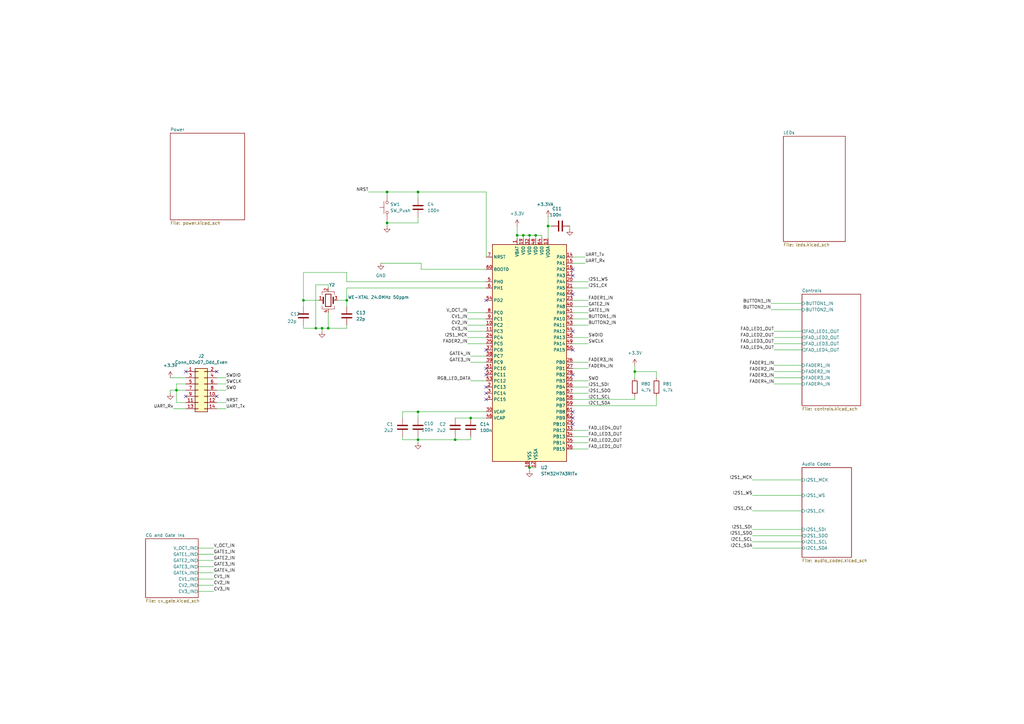
<source format=kicad_sch>
(kicad_sch (version 20250114) (generator "eeschema") (generator_version "9.0")
  (paper "A3")
  (lib_symbols
    (symbol "Connector_Generic:Conn_02x07_Odd_Even" (pin_names (offset 1.016) (hide yes))
      (property "Reference" "J" (at 1.27 10.16 0))
      (property "Value" "Conn_02x07_Odd_Even" (at 1.27 -10.16 0))
      (symbol "Conn_02x07_Odd_Even_1_1"
        (rectangle (start -1.27 8.89) (end 3.81 -8.89) (stroke (width 0.254)) (fill (type background)))
        (rectangle (start -1.27 7.747) (end 0 7.493) (stroke (width 0.1524)))
        (rectangle (start -1.27 5.207) (end 0 4.953) (stroke (width 0.1524)))
        (rectangle (start -1.27 2.667) (end 0 2.413) (stroke (width 0.1524)))
        (rectangle (start -1.27 0.127) (end 0 -0.127) (stroke (width 0.1524)))
        (rectangle (start -1.27 -2.413) (end 0 -2.667) (stroke (width 0.1524)))
        (rectangle (start -1.27 -4.953) (end 0 -5.207) (stroke (width 0.1524)))
        (rectangle (start -1.27 -7.493) (end 0 -7.747) (stroke (width 0.1524)))
        (rectangle (start 3.81 7.747) (end 2.54 7.493) (stroke (width 0.1524)))
        (rectangle (start 3.81 5.207) (end 2.54 4.953) (stroke (width 0.1524)))
        (rectangle (start 3.81 2.667) (end 2.54 2.413) (stroke (width 0.1524)))
        (rectangle (start 3.81 0.127) (end 2.54 -0.127) (stroke (width 0.1524)))
        (rectangle (start 3.81 -2.413) (end 2.54 -2.667) (stroke (width 0.1524)))
        (rectangle (start 3.81 -4.953) (end 2.54 -5.207) (stroke (width 0.1524)))
        (rectangle (start 3.81 -7.493) (end 2.54 -7.747) (stroke (width 0.1524)))
        (pin passive line (at -5.08 7.62 0) (length 3.81) (name "Pin_1") (number "1"))
        (pin passive line (at -5.08 5.08 0) (length 3.81) (name "Pin_3") (number "3"))
        (pin passive line (at -5.08 2.54 0) (length 3.81) (name "Pin_5") (number "5"))
        (pin passive line (at -5.08 0 0) (length 3.81) (name "Pin_7") (number "7"))
        (pin passive line (at -5.08 -2.54 0) (length 3.81) (name "Pin_9") (number "9"))
        (pin passive line (at -5.08 -5.08 0) (length 3.81) (name "Pin_11") (number "11"))
        (pin passive line (at -5.08 -7.62 0) (length 3.81) (name "Pin_13") (number "13"))
        (pin passive line (at 7.62 7.62 180) (length 3.81) (name "Pin_2") (number "2"))
        (pin passive line (at 7.62 5.08 180) (length 3.81) (name "Pin_4") (number "4"))
        (pin passive line (at 7.62 2.54 180) (length 3.81) (name "Pin_6") (number "6"))
        (pin passive line (at 7.62 0 180) (length 3.81) (name "Pin_8") (number "8"))
        (pin passive line (at 7.62 -2.54 180) (length 3.81) (name "Pin_10") (number "10"))
        (pin passive line (at 7.62 -5.08 180) (length 3.81) (name "Pin_12") (number "12"))
        (pin passive line (at 7.62 -7.62 180) (length 3.81) (name "Pin_14") (number "14"))
      )
    )
    (symbol "Device:C" (pin_numbers (hide yes)) (pin_names (offset 0.254))
      (property "Reference" "C" (at 0.635 2.54 0))
      (property "Value" "C" (at 0.635 -2.54 0))
      (symbol "C_0_1"
        (polyline (pts (xy -2.032 0.762) (xy 2.032 0.762)) (stroke (width 0.508)))
        (polyline (pts (xy -2.032 -0.762) (xy 2.032 -0.762)) (stroke (width 0.508)))
      )
      (symbol "C_1_1"
        (pin passive line (at 0 3.81 270) (length 2.794) (name "~") (number "1"))
        (pin passive line (at 0 -3.81 90) (length 2.794) (name "~") (number "2"))
      )
    )
    (symbol "Device:Crystal_GND24" (pin_names (offset 1.016) (hide yes))
      (property "Reference" "Y" (at 3.175 5.08 0))
      (property "Value" "Crystal_GND24" (at 3.175 3.175 0))
      (symbol "Crystal_GND24_0_1"
        (polyline (pts (xy -2.54 2.286) (xy -2.54 3.556) (xy 2.54 3.556) (xy 2.54 2.286)))
        (polyline (pts (xy -2.54 0) (xy -2.032 0)))
        (polyline (pts (xy -2.54 -2.286) (xy -2.54 -3.556) (xy 2.54 -3.556) (xy 2.54 -2.286)))
        (polyline (pts (xy -2.032 -1.27) (xy -2.032 1.27)) (stroke (width 0.508)))
        (rectangle (start -1.143 2.54) (end 1.143 -2.54) (stroke (width 0.3048)))
        (polyline (pts (xy 0 3.556) (xy 0 3.81)))
        (polyline (pts (xy 0 -3.81) (xy 0 -3.556)))
        (polyline (pts (xy 2.032 0) (xy 2.54 0)))
        (polyline (pts (xy 2.032 -1.27) (xy 2.032 1.27)) (stroke (width 0.508)))
      )
      (symbol "Crystal_GND24_1_1"
        (pin passive line (at -3.81 0 0) (length 1.27) (name "1") (number "1"))
        (pin passive line (at 0 5.08 270) (length 1.27) (name "2") (number "2"))
        (pin passive line (at 0 -5.08 90) (length 1.27) (name "4") (number "4"))
        (pin passive line (at 3.81 0 180) (length 1.27) (name "3") (number "3"))
      )
    )
    (symbol "Device:R" (pin_numbers (hide yes)) (pin_names (offset 0))
      (property "Reference" "R" (at 2.032 0 90))
      (property "Value" "R" (at 0 0 90))
      (symbol "R_0_1"
        (rectangle (start -1.016 -2.54) (end 1.016 2.54) (stroke (width 0.254)))
      )
      (symbol "R_1_1"
        (pin passive line (at 0 3.81 270) (length 1.27) (name "~") (number "1"))
        (pin passive line (at 0 -3.81 90) (length 1.27) (name "~") (number "2"))
      )
    )
    (symbol "MCU_ST_STM32H7:STM32H7A3RITx"
      (property "Reference" "U" (at -15.24 46.99 0))
      (property "Value" "STM32H7A3RITx" (at 10.16 46.99 0))
      (symbol "STM32H7A3RITx_0_1"
        (rectangle (start -15.24 -43.18) (end 15.24 45.72) (stroke (width 0.254)) (fill (type background)))
      )
      (symbol "STM32H7A3RITx_1_1"
        (pin input line (at -17.78 40.64 0) (length 2.54) (name "NRST") (number "7"))
        (pin input line (at -17.78 35.56 0) (length 2.54) (name "BOOT0") (number "60"))
        (pin bidirectional line (at -17.78 30.48 0) (length 2.54) (name "PH0") (number "5"))
        (pin bidirectional line (at -17.78 27.94 0) (length 2.54) (name "PH1") (number "6"))
        (pin bidirectional line (at -17.78 22.86 0) (length 2.54) (name "PD2") (number "54"))
        (pin bidirectional line (at -17.78 17.78 0) (length 2.54) (name "PC0") (number "8"))
        (pin bidirectional line (at -17.78 15.24 0) (length 2.54) (name "PC1") (number "9"))
        (pin bidirectional line (at -17.78 12.7 0) (length 2.54) (name "PC2") (number "10"))
        (pin bidirectional line (at -17.78 10.16 0) (length 2.54) (name "PC3") (number "11"))
        (pin bidirectional line (at -17.78 7.62 0) (length 2.54) (name "PC4") (number "24"))
        (pin bidirectional line (at -17.78 5.08 0) (length 2.54) (name "PC5") (number "25"))
        (pin bidirectional line (at -17.78 2.54 0) (length 2.54) (name "PC6") (number "37"))
        (pin bidirectional line (at -17.78 0 0) (length 2.54) (name "PC7") (number "38"))
        (pin bidirectional line (at -17.78 -2.54 0) (length 2.54) (name "PC9") (number "39"))
        (pin bidirectional line (at -17.78 -5.08 0) (length 2.54) (name "PC10") (number "51"))
        (pin bidirectional line (at -17.78 -7.62 0) (length 2.54) (name "PC11") (number "52"))
        (pin bidirectional line (at -17.78 -10.16 0) (length 2.54) (name "PC12") (number "53"))
        (pin bidirectional line (at -17.78 -12.7 0) (length 2.54) (name "PC13") (number "2"))
        (pin bidirectional line (at -17.78 -15.24 0) (length 2.54) (name "PC14") (number "3"))
        (pin bidirectional line (at -17.78 -17.78 0) (length 2.54) (name "PC15") (number "4"))
        (pin power_out line (at -17.78 -22.86 0) (length 2.54) (name "VCAP") (number "30"))
        (pin power_out line (at -17.78 -25.4 0) (length 2.54) (name "VCAP") (number "46"))
        (pin power_in line (at -5.08 48.26 270) (length 2.54) (name "VBAT") (number "1"))
        (pin power_in line (at -2.54 48.26 270) (length 2.54) (name "VDD") (number "19"))
        (pin power_in line (at 0 48.26 270) (length 2.54) (name "VDD") (number "32"))
        (pin power_in line (at 0 -45.72 90) (length 2.54) (name "VSS") (number "18"))
        (pin passive line (at 0 -45.72 90) (length 2.54) (hide yes) (name "VSS") (number "31"))
        (pin passive line (at 0 -45.72 90) (length 2.54) (hide yes) (name "VSS") (number "47"))
        (pin passive line (at 0 -45.72 90) (length 2.54) (hide yes) (name "VSS") (number "63"))
        (pin power_in line (at 2.54 48.26 270) (length 2.54) (name "VDD") (number "48"))
        (pin power_in line (at 2.54 -45.72 90) (length 2.54) (name "VSSA") (number "12"))
        (pin power_in line (at 5.08 48.26 270) (length 2.54) (name "VDD") (number "64"))
        (pin power_in line (at 7.62 48.26 270) (length 2.54) (name "VDDA") (number "13"))
        (pin bidirectional line (at 17.78 40.64 180) (length 2.54) (name "PA0") (number "14"))
        (pin bidirectional line (at 17.78 38.1 180) (length 2.54) (name "PA1") (number "15"))
        (pin bidirectional line (at 17.78 35.56 180) (length 2.54) (name "PA2") (number "16"))
        (pin bidirectional line (at 17.78 33.02 180) (length 2.54) (name "PA3") (number "17"))
        (pin bidirectional line (at 17.78 30.48 180) (length 2.54) (name "PA4") (number "20"))
        (pin bidirectional line (at 17.78 27.94 180) (length 2.54) (name "PA5") (number "21"))
        (pin bidirectional line (at 17.78 25.4 180) (length 2.54) (name "PA6") (number "22"))
        (pin bidirectional line (at 17.78 22.86 180) (length 2.54) (name "PA7") (number "23"))
        (pin bidirectional line (at 17.78 20.32 180) (length 2.54) (name "PA8") (number "40"))
        (pin bidirectional line (at 17.78 17.78 180) (length 2.54) (name "PA9") (number "41"))
        (pin bidirectional line (at 17.78 15.24 180) (length 2.54) (name "PA10") (number "42"))
        (pin bidirectional line (at 17.78 12.7 180) (length 2.54) (name "PA11") (number "43"))
        (pin bidirectional line (at 17.78 10.16 180) (length 2.54) (name "PA12") (number "44"))
        (pin bidirectional line (at 17.78 7.62 180) (length 2.54) (name "PA13") (number "45"))
        (pin bidirectional line (at 17.78 5.08 180) (length 2.54) (name "PA14") (number "49"))
        (pin bidirectional line (at 17.78 2.54 180) (length 2.54) (name "PA15") (number "50"))
        (pin bidirectional line (at 17.78 -2.54 180) (length 2.54) (name "PB0") (number "26"))
        (pin bidirectional line (at 17.78 -5.08 180) (length 2.54) (name "PB1") (number "27"))
        (pin bidirectional line (at 17.78 -7.62 180) (length 2.54) (name "PB2") (number "28"))
        (pin bidirectional line (at 17.78 -10.16 180) (length 2.54) (name "PB3") (number "55"))
        (pin bidirectional line (at 17.78 -12.7 180) (length 2.54) (name "PB4") (number "56"))
        (pin bidirectional line (at 17.78 -15.24 180) (length 2.54) (name "PB5") (number "57"))
        (pin bidirectional line (at 17.78 -17.78 180) (length 2.54) (name "PB6") (number "58"))
        (pin bidirectional line (at 17.78 -20.32 180) (length 2.54) (name "PB7") (number "59"))
        (pin bidirectional line (at 17.78 -22.86 180) (length 2.54) (name "PB8") (number "61"))
        (pin bidirectional line (at 17.78 -25.4 180) (length 2.54) (name "PB9") (number "62"))
        (pin bidirectional line (at 17.78 -27.94 180) (length 2.54) (name "PB10") (number "29"))
        (pin bidirectional line (at 17.78 -30.48 180) (length 2.54) (name "PB12") (number "33"))
        (pin bidirectional line (at 17.78 -33.02 180) (length 2.54) (name "PB13") (number "34"))
        (pin bidirectional line (at 17.78 -35.56 180) (length 2.54) (name "PB14") (number "35"))
        (pin bidirectional line (at 17.78 -38.1 180) (length 2.54) (name "PB15") (number "36"))
      )
    )
    (symbol "Switch:SW_Push" (pin_numbers (hide yes)) (pin_names (offset 1.016) (hide yes))
      (property "Reference" "SW" (at 1.27 2.54 0))
      (property "Value" "SW_Push" (at 0 -1.524 0))
      (symbol "SW_Push_0_1"
        (circle (center -2.032 0) (radius 0.508))
        (polyline (pts (xy 0 1.27) (xy 0 3.048)))
        (circle (center 2.032 0) (radius 0.508))
        (polyline (pts (xy 2.54 1.27) (xy -2.54 1.27)))
        (pin passive line (at -5.08 0 0) (length 2.54) (name "1") (number "1"))
        (pin passive line (at 5.08 0 180) (length 2.54) (name "2") (number "2"))
      )
    )
    (symbol "power:+3.3V" (power) (pin_numbers (hide yes)) (pin_names (offset 0) (hide yes))
      (property "Value" "+3.3V" (at 0 3.556 0))
      (symbol "+3.3V_0_1"
        (polyline (pts (xy -0.762 1.27) (xy 0 2.54)))
        (polyline (pts (xy 0 2.54) (xy 0.762 1.27)))
        (polyline (pts (xy 0 0) (xy 0 2.54)))
      )
      (symbol "+3.3V_1_1"
        (pin power_in line (at 0 0 90) (length 0) (name "~") (number "1"))
      )
    )
    (symbol "power:+3.3VA" (power) (pin_numbers (hide yes)) (pin_names (offset 0) (hide yes))
      (property "Value" "+3.3VA" (at 0 3.556 0))
      (symbol "+3.3VA_0_1"
        (polyline (pts (xy -0.762 1.27) (xy 0 2.54)))
        (polyline (pts (xy 0 2.54) (xy 0.762 1.27)))
        (polyline (pts (xy 0 0) (xy 0 2.54)))
      )
      (symbol "+3.3VA_1_1"
        (pin power_in line (at 0 0 90) (length 0) (name "~") (number "1"))
      )
    )
    (symbol "power:GND" (power) (pin_numbers (hide yes)) (pin_names (offset 0) (hide yes))
      (property "Value" "GND" (at 0 -3.81 0))
      (symbol "GND_0_1"
        (polyline (pts (xy 0 0) (xy 0 -1.27) (xy 1.27 -1.27) (xy 0 -2.54) (xy -1.27 -1.27) (xy 0 -1.27)))
      )
      (symbol "GND_1_1"
        (pin power_in line (at 0 0 270) (length 0) (name "~") (number "1"))
      )
    )
  )
  (junction (at 158.75 91.44))
  (junction (at 134.62 134.62))
  (junction (at 171.45 78.74))
  (junction (at 219.71 96.52))
  (junction (at 132.08 134.62))
  (junction (at 171.45 168.91))
  (junction (at 124.46 123.19))
  (junction (at 224.79 92.71))
  (junction (at 129.54 134.62))
  (junction (at 217.17 96.52))
  (junction (at 193.04 171.45))
  (junction (at 186.69 180.34))
  (junction (at 158.75 78.74))
  (junction (at 171.45 180.34))
  (junction (at 217.17 191.77))
  (junction (at 260.35 152.4))
  (junction (at 72.39 160.02))
  (junction (at 212.09 96.52))
  (junction (at 214.63 96.52))
  (junction (at 142.24 123.19))
  (no_connect (at 234.95 171.45))
  (no_connect (at 234.95 120.65))
  (no_connect (at 88.9 152.4))
  (no_connect (at 234.95 153.67))
  (no_connect (at 234.95 113.03))
  (no_connect (at 76.2 152.4))
  (no_connect (at 199.39 151.13))
  (no_connect (at 88.9 162.56))
  (no_connect (at 199.39 158.75))
  (no_connect (at 234.95 173.99))
  (no_connect (at 234.95 135.89))
  (no_connect (at 234.95 110.49))
  (no_connect (at 234.95 168.91))
  (no_connect (at 199.39 163.83))
  (no_connect (at 76.2 162.56))
  (no_connect (at 234.95 143.51))
  (no_connect (at 199.39 161.29))
  (no_connect (at 199.39 153.67))
  (no_connect (at 199.39 143.51))
  (no_connect (at 199.39 123.19))
  (wire (pts (xy 134.62 128.27) (xy 134.62 134.62)))
  (wire (pts (xy 191.77 140.97) (xy 199.39 140.97)))
  (wire (pts (xy 124.46 111.76) (xy 142.24 111.76)))
  (wire (pts (xy 241.3 148.59) (xy 234.95 148.59)))
  (wire (pts (xy 241.3 151.13) (xy 234.95 151.13)))
  (wire (pts (xy 214.63 96.52) (xy 214.63 97.79)))
  (wire (pts (xy 71.12 167.64) (xy 76.2 167.64)))
  (wire (pts (xy 241.3 130.81) (xy 234.95 130.81)))
  (wire (pts (xy 72.39 160.02) (xy 72.39 157.48)))
  (wire (pts (xy 212.09 92.71) (xy 212.09 96.52)))
  (wire (pts (xy 81.28 242.57) (xy 87.63 242.57)))
  (wire (pts (xy 132.08 134.62) (xy 134.62 134.62)))
  (wire (pts (xy 124.46 123.19) (xy 130.81 123.19)))
  (wire (pts (xy 88.9 157.48) (xy 92.71 157.48)))
  (wire (pts (xy 260.35 152.4) (xy 260.35 154.94)))
  (wire (pts (xy 88.9 167.64) (xy 92.71 167.64)))
  (wire (pts (xy 172.72 110.49) (xy 199.39 110.49)))
  (wire (pts (xy 132.08 134.62) (xy 132.08 135.89)))
  (wire (pts (xy 260.35 152.4) (xy 269.24 152.4)))
  (wire (pts (xy 199.39 133.35) (xy 191.77 133.35)))
  (wire (pts (xy 81.28 227.33) (xy 87.63 227.33)))
  (wire (pts (xy 234.95 125.73) (xy 241.3 125.73)))
  (wire (pts (xy 260.35 162.56) (xy 260.35 163.83)))
  (wire (pts (xy 219.71 96.52) (xy 219.71 97.79)))
  (wire (pts (xy 124.46 111.76) (xy 124.46 123.19)))
  (wire (pts (xy 81.28 234.95) (xy 87.63 234.95)))
  (wire (pts (xy 317.5 135.89) (xy 328.93 135.89)))
  (wire (pts (xy 156.21 107.95) (xy 172.72 107.95)))
  (wire (pts (xy 224.79 88.9) (xy 224.79 92.71)))
  (wire (pts (xy 142.24 134.62) (xy 142.24 133.35)))
  (wire (pts (xy 308.61 217.17) (xy 328.93 217.17)))
  (wire (pts (xy 234.95 166.37) (xy 269.24 166.37)))
  (wire (pts (xy 142.24 111.76) (xy 142.24 115.57)))
  (wire (pts (xy 233.68 93.98) (xy 233.68 92.71)))
  (wire (pts (xy 158.75 78.74) (xy 158.75 80.01)))
  (wire (pts (xy 142.24 115.57) (xy 199.39 115.57)))
  (wire (pts (xy 81.28 232.41) (xy 87.63 232.41)))
  (wire (pts (xy 308.61 209.55) (xy 328.93 209.55)))
  (wire (pts (xy 241.3 118.11) (xy 234.95 118.11)))
  (wire (pts (xy 81.28 229.87) (xy 87.63 229.87)))
  (wire (pts (xy 171.45 168.91) (xy 171.45 171.45)))
  (wire (pts (xy 124.46 134.62) (xy 124.46 133.35)))
  (wire (pts (xy 199.39 135.89) (xy 191.77 135.89)))
  (wire (pts (xy 72.39 165.1) (xy 72.39 160.02)))
  (wire (pts (xy 241.3 179.07) (xy 234.95 179.07)))
  (wire (pts (xy 158.75 92.71) (xy 158.75 91.44)))
  (wire (pts (xy 165.1 171.45) (xy 165.1 168.91)))
  (wire (pts (xy 241.3 123.19) (xy 234.95 123.19)))
  (wire (pts (xy 138.43 123.19) (xy 142.24 123.19)))
  (wire (pts (xy 317.5 138.43) (xy 328.93 138.43)))
  (wire (pts (xy 217.17 191.77) (xy 217.17 193.04)))
  (wire (pts (xy 165.1 179.07) (xy 165.1 180.34)))
  (wire (pts (xy 217.17 96.52) (xy 219.71 96.52)))
  (wire (pts (xy 186.69 179.07) (xy 186.69 180.34)))
  (wire (pts (xy 81.28 237.49) (xy 87.63 237.49)))
  (wire (pts (xy 199.39 130.81) (xy 191.77 130.81)))
  (wire (pts (xy 317.5 143.51) (xy 328.93 143.51)))
  (wire (pts (xy 186.69 171.45) (xy 193.04 171.45)))
  (wire (pts (xy 199.39 148.59) (xy 193.04 148.59)))
  (wire (pts (xy 212.09 96.52) (xy 212.09 97.79)))
  (wire (pts (xy 234.95 156.21) (xy 241.3 156.21)))
  (wire (pts (xy 234.95 128.27) (xy 241.3 128.27)))
  (wire (pts (xy 316.23 124.46) (xy 328.93 124.46)))
  (wire (pts (xy 142.24 118.11) (xy 142.24 123.19)))
  (wire (pts (xy 81.28 224.79) (xy 87.63 224.79)))
  (wire (pts (xy 234.95 140.97) (xy 241.3 140.97)))
  (wire (pts (xy 308.61 224.79) (xy 328.93 224.79)))
  (wire (pts (xy 241.3 133.35) (xy 234.95 133.35)))
  (wire (pts (xy 269.24 162.56) (xy 269.24 166.37)))
  (wire (pts (xy 234.95 105.41) (xy 240.03 105.41)))
  (wire (pts (xy 308.61 222.25) (xy 328.93 222.25)))
  (wire (pts (xy 308.61 196.85) (xy 328.93 196.85)))
  (wire (pts (xy 224.79 92.71) (xy 224.79 97.79)))
  (wire (pts (xy 193.04 179.07) (xy 193.04 180.34)))
  (wire (pts (xy 212.09 96.52) (xy 214.63 96.52)))
  (wire (pts (xy 158.75 78.74) (xy 171.45 78.74)))
  (wire (pts (xy 151.13 78.74) (xy 158.75 78.74)))
  (wire (pts (xy 134.62 134.62) (xy 142.24 134.62)))
  (wire (pts (xy 219.71 96.52) (xy 222.25 96.52)))
  (wire (pts (xy 171.45 78.74) (xy 199.39 78.74)))
  (wire (pts (xy 171.45 180.34) (xy 186.69 180.34)))
  (wire (pts (xy 241.3 158.75) (xy 234.95 158.75)))
  (wire (pts (xy 134.62 116.84) (xy 134.62 118.11)))
  (wire (pts (xy 217.17 96.52) (xy 217.17 97.79)))
  (wire (pts (xy 317.5 157.48) (xy 328.93 157.48)))
  (wire (pts (xy 142.24 118.11) (xy 199.39 118.11)))
  (wire (pts (xy 134.62 116.84) (xy 129.54 116.84)))
  (wire (pts (xy 81.28 240.03) (xy 87.63 240.03)))
  (wire (pts (xy 69.85 160.02) (xy 72.39 160.02)))
  (wire (pts (xy 199.39 128.27) (xy 191.77 128.27)))
  (wire (pts (xy 193.04 156.21) (xy 199.39 156.21)))
  (wire (pts (xy 191.77 138.43) (xy 199.39 138.43)))
  (wire (pts (xy 88.9 160.02) (xy 92.71 160.02)))
  (wire (pts (xy 171.45 168.91) (xy 199.39 168.91)))
  (wire (pts (xy 214.63 96.52) (xy 217.17 96.52)))
  (wire (pts (xy 317.5 149.86) (xy 328.93 149.86)))
  (wire (pts (xy 269.24 152.4) (xy 269.24 154.94)))
  (wire (pts (xy 186.69 180.34) (xy 193.04 180.34)))
  (wire (pts (xy 165.1 168.91) (xy 171.45 168.91)))
  (wire (pts (xy 234.95 163.83) (xy 260.35 163.83)))
  (wire (pts (xy 171.45 180.34) (xy 171.45 181.61)))
  (wire (pts (xy 222.25 96.52) (xy 222.25 97.79)))
  (wire (pts (xy 124.46 134.62) (xy 129.54 134.62)))
  (wire (pts (xy 241.3 184.15) (xy 234.95 184.15)))
  (wire (pts (xy 72.39 160.02) (xy 76.2 160.02)))
  (wire (pts (xy 226.06 92.71) (xy 224.79 92.71)))
  (wire (pts (xy 193.04 171.45) (xy 199.39 171.45)))
  (wire (pts (xy 241.3 161.29) (xy 234.95 161.29)))
  (wire (pts (xy 317.5 140.97) (xy 328.93 140.97)))
  (wire (pts (xy 171.45 78.74) (xy 171.45 81.28)))
  (wire (pts (xy 171.45 88.9) (xy 171.45 91.44)))
  (wire (pts (xy 158.75 90.17) (xy 158.75 91.44)))
  (wire (pts (xy 234.95 107.95) (xy 240.03 107.95)))
  (wire (pts (xy 88.9 154.94) (xy 92.71 154.94)))
  (wire (pts (xy 199.39 78.74) (xy 199.39 105.41)))
  (wire (pts (xy 241.3 181.61) (xy 234.95 181.61)))
  (wire (pts (xy 76.2 165.1) (xy 72.39 165.1)))
  (wire (pts (xy 260.35 149.86) (xy 260.35 152.4)))
  (wire (pts (xy 308.61 219.71) (xy 328.93 219.71)))
  (wire (pts (xy 234.95 138.43) (xy 241.3 138.43)))
  (wire (pts (xy 308.61 203.2) (xy 328.93 203.2)))
  (wire (pts (xy 129.54 134.62) (xy 132.08 134.62)))
  (wire (pts (xy 172.72 107.95) (xy 172.72 110.49)))
  (wire (pts (xy 124.46 125.73) (xy 124.46 123.19)))
  (wire (pts (xy 171.45 179.07) (xy 171.45 180.34)))
  (wire (pts (xy 217.17 191.77) (xy 219.71 191.77)))
  (wire (pts (xy 241.3 176.53) (xy 234.95 176.53)))
  (wire (pts (xy 317.5 152.4) (xy 328.93 152.4)))
  (wire (pts (xy 317.5 154.94) (xy 328.93 154.94)))
  (wire (pts (xy 316.23 127) (xy 328.93 127)))
  (wire (pts (xy 165.1 180.34) (xy 171.45 180.34)))
  (wire (pts (xy 69.85 161.29) (xy 69.85 160.02)))
  (wire (pts (xy 241.3 115.57) (xy 234.95 115.57)))
  (wire (pts (xy 69.85 154.94) (xy 76.2 154.94)))
  (wire (pts (xy 171.45 91.44) (xy 158.75 91.44)))
  (wire (pts (xy 193.04 146.05) (xy 199.39 146.05)))
  (wire (pts (xy 129.54 116.84) (xy 129.54 134.62)))
  (wire (pts (xy 76.2 157.48) (xy 72.39 157.48)))
  (wire (pts (xy 88.9 165.1) (xy 92.71 165.1)))
  (wire (pts (xy 142.24 125.73) (xy 142.24 123.19)))
  (label "FADER1_IN" (at 317.5 149.86 180))
  (label "SWO" (at 92.71 160.02 0))
  (label "CV2_IN" (at 87.63 240.03 0))
  (label "I2S1_WS" (at 308.61 203.2 180))
  (label "SWO" (at 241.3 156.21 0))
  (label "FAD_LED3_OUT" (at 241.3 179.07 0))
  (label "FAD_LED1_OUT" (at 317.5 135.89 180))
  (label "I2C1_SDA" (at 241.3 166.37 0))
  (label "BUTTON2_IN" (at 316.23 127 180))
  (label "SWCLK" (at 92.71 157.48 0))
  (label "RGB_LED_DATA" (at 193.04 156.21 180))
  (label "BUTTON2_IN" (at 241.3 133.35 0))
  (label "UART_Rx" (at 240.03 107.95 0))
  (label "I2S1_WS" (at 241.3 115.57 0))
  (label "BUTTON1_IN" (at 241.3 130.81 0))
  (label "BUTTON1_IN" (at 316.23 124.46 180))
  (label "UART_Tx" (at 240.03 105.41 0))
  (label "GATE1_IN" (at 87.63 227.33 0))
  (label "UART_Tx" (at 92.71 167.64 0))
  (label "I2S1_MCK" (at 191.77 138.43 180))
  (label "I2S1_CK" (at 241.3 118.11 0))
  (label "GATE2_IN" (at 241.3 125.73 0))
  (label "CV3_IN" (at 191.77 135.89 180))
  (label "GATE2_IN" (at 87.63 229.87 0))
  (label "FADER3_IN" (at 317.5 154.94 180))
  (label "I2C1_SCL" (at 241.3 163.83 0))
  (label "I2S1_SDI" (at 308.61 217.17 180))
  (label "I2S1_SDO" (at 241.3 161.29 0))
  (label "FAD_LED3_OUT" (at 317.5 140.97 180))
  (label "GATE3_IN" (at 193.04 148.59 180))
  (label "FAD_LED1_OUT" (at 241.3 184.15 0))
  (label "I2S1_SDO" (at 308.61 219.71 180))
  (label "GATE4_IN" (at 87.63 234.95 0))
  (label "FADER2_IN" (at 317.5 152.4 180))
  (label "V_OCT_IN" (at 191.77 128.27 180))
  (label "GATE1_IN" (at 241.3 128.27 0))
  (label "FAD_LED4_OUT" (at 241.3 176.53 0))
  (label "CV2_IN" (at 191.77 133.35 180))
  (label "CV1_IN" (at 191.77 130.81 180))
  (label "FADER4_IN" (at 317.5 157.48 180))
  (label "GATE3_IN" (at 87.63 232.41 0))
  (label "SWDIO" (at 241.3 138.43 0))
  (label "NRST" (at 92.71 165.1 0))
  (label "CV3_IN" (at 87.63 242.57 0))
  (label "I2C1_SDA" (at 308.61 224.79 180))
  (label "FADER3_IN" (at 241.3 148.59 0))
  (label "FADER1_IN" (at 241.3 123.19 0))
  (label "I2C1_SCL" (at 308.61 222.25 180))
  (label "CV1_IN" (at 87.63 237.49 0))
  (label "FAD_LED4_OUT" (at 317.5 143.51 180))
  (label "SWDIO" (at 92.71 154.94 0))
  (label "NRST" (at 151.13 78.74 180))
  (label "FAD_LED2_OUT" (at 317.5 138.43 180))
  (label "FADER2_IN" (at 191.77 140.97 180))
  (label "I2S1_SDI" (at 241.3 158.75 0))
  (label "SWCLK" (at 241.3 140.97 0))
  (label "GATE4_IN" (at 193.04 146.05 180))
  (label "FAD_LED2_OUT" (at 241.3 181.61 0))
  (label "V_OCT_IN" (at 87.63 224.79 0))
  (label "I2S1_CK" (at 308.61 209.55 180))
  (label "UART_Rx" (at 71.12 167.64 180))
  (label "FADER4_IN" (at 241.3 151.13 0))
  (label "I2S1_MCK" (at 308.61 196.85 180))
  (symbol (lib_id "power:+3.3V") (at 212.09 92.71 0) (unit 1)
    (property "Reference" "#PWR016" (effects (hide yes)))
    (property "Value" "+3.3V" (at 212.09 87.63 0))
    (property "Description" "Power symbol creates a global label with name \"+3.3V\"" (effects (hide yes)))
  )
  (symbol (lib_id "Device:C") (at 229.87 92.71 270) (unit 1)
    (property "Reference" "C11" (at 230.378 85.598 90) (effects (justify right)))
    (property "Value" "100n" (at 230.378 88.138 90) (effects (justify right)))
    (property "Footprint" "Capacitor_SMD:C_0603_1608Metric" (effects (hide yes)))
    (property "Description" "Unpolarized capacitor" (effects (hide yes)))
    (property "Manufacturer_Name" "KYOCERA AVX " (effects (hide yes)))
    (property "Manufacturer_Part_Number" "KAF15BR72A104KT" (effects (hide yes)))
    (property "Mouser Part Number" "581-KAF15BR72A104KT" (effects (hide yes)))
  )
  (symbol (lib_id "power:+3.3V") (at 69.85 154.94 0) (unit 1)
    (property "Reference" "#PWR02" (effects (hide yes)))
    (property "Value" "+3.3V" (at 69.85 149.86 0))
    (property "Description" "Power symbol creates a global label with name \"+3.3V\"" (effects (hide yes)))
  )
  (symbol (lib_id "Device:R") (at 260.35 158.75 0) (unit 1)
    (property "Reference" "R80" (at 262.89 157.4799 0) (effects (justify left)))
    (property "Value" "4.7k" (at 262.89 160.0199 0) (effects (justify left)))
    (property "Footprint" "Resistor_SMD:R_0603_1608Metric_Pad0.98x0.95mm_HandSolder" (effects (hide yes)))
    (property "Description" "Resistor" (effects (hide yes)))
  )
  (symbol (lib_id "power:GND") (at 158.75 92.71 0) (unit 1)
    (property "Reference" "#PWR06" (effects (hide yes)))
    (property "Value" "GND" (effects (hide yes)))
    (property "Description" "Power symbol creates a global label with name \"GND\" , ground" (effects (hide yes)))
  )
  (symbol (lib_id "Device:C") (at 171.45 175.26 0) (mirror x) (unit 1)
    (property "Reference" "C10" (at 177.8 173.736 0) (effects (justify right)))
    (property "Value" "100n" (at 177.8 176.276 0) (effects (justify right)))
    (property "Footprint" "Capacitor_SMD:C_0603_1608Metric" (effects (hide yes)))
    (property "Description" "Unpolarized capacitor" (effects (hide yes)))
    (property "Manufacturer_Name" "KYOCERA AVX " (effects (hide yes)))
    (property "Manufacturer_Part_Number" "KAF15BR72A104KT" (effects (hide yes)))
    (property "Mouser Part Number" "581-KAF15BR72A104KT" (effects (hide yes)))
  )
  (symbol (lib_id "Device:C") (at 171.45 85.09 0) (unit 1)
    (property "Reference" "C4" (at 175.26 83.8199 0) (effects (justify left)))
    (property "Value" "100n" (at 175.26 86.3599 0) (effects (justify left)))
    (property "Footprint" "Capacitor_SMD:C_0603_1608Metric" (effects (hide yes)))
    (property "Description" "Unpolarized capacitor" (effects (hide yes)))
    (property "Manufacturer_Name" "KYOCERA AVX " (effects (hide yes)))
    (property "Manufacturer_Part_Number" "KAF15BR72A104KT" (effects (hide yes)))
    (property "Mouser Part Number" "581-KAF15BR72A104KT" (effects (hide yes)))
  )
  (symbol (lib_id "power:GND") (at 156.21 107.95 0) (unit 1)
    (property "Reference" "#PWR03" (effects (hide yes)))
    (property "Value" "GND" (at 156.21 113.03 0))
    (property "Description" "Power symbol creates a global label with name \"GND\" , ground" (effects (hide yes)))
  )
  (symbol (lib_id "Device:C") (at 124.46 129.54 0) (unit 1)
    (property "Reference" "C12" (at 119.126 128.778 0) (effects (justify left)))
    (property "Value" "22p" (at 117.856 131.826 0) (effects (justify left)))
    (property "Footprint" "Capacitor_SMD:C_0603_1608Metric" (effects (hide yes)))
    (property "Description" "Unpolarized capacitor" (effects (hide yes)))
    (property "Manufacturer_Name" "KEMET " (effects (hide yes)))
    (property "Manufacturer_Part_Number" " C0603C220J1GACTU" (effects (hide yes)))
    (property "Mouser Part Number" " 80-C0603C220J1G" (effects (hide yes)))
  )
  (symbol (lib_id "Device:C") (at 142.24 129.54 0) (unit 1)
    (property "Reference" "C13" (at 146.05 128.2699 0) (effects (justify left)))
    (property "Value" "22p" (at 146.05 130.8099 0) (effects (justify left)))
    (property "Footprint" "Capacitor_SMD:C_0603_1608Metric" (effects (hide yes)))
    (property "Description" "Unpolarized capacitor" (effects (hide yes)))
    (property "Manufacturer_Name" "KEMET " (effects (hide yes)))
    (property "Manufacturer_Part_Number" " C0603C220J1GACTU" (effects (hide yes)))
    (property "Mouser Part Number" " 80-C0603C220J1G" (effects (hide yes)))
  )
  (symbol (lib_id "power:+3.3VA") (at 224.79 88.9 0) (unit 1)
    (property "Reference" "#PWR018" (effects (hide yes)))
    (property "Value" "+3.3VA" (at 223.52 83.82 0))
    (property "Description" "Power symbol creates a global label with name \"+3.3VA\"" (effects (hide yes)))
  )
  (symbol (lib_id "Device:C") (at 186.69 175.26 0) (mirror x) (unit 1)
    (property "Reference" "C2" (at 182.88 173.9899 0) (effects (justify right)))
    (property "Value" "2u2" (at 182.88 176.5299 0) (effects (justify right)))
    (property "Footprint" "Capacitor_SMD:C_0603_1608Metric" (effects (hide yes)))
    (property "Description" "Unpolarized capacitor" (effects (hide yes)))
  )
  (symbol (lib_id "Connector_Generic:Conn_02x07_Odd_Even") (at 81.28 160.02 0) (unit 1)
    (property "Reference" "J2" (at 82.55 146.05 0))
    (property "Value" "Conn_02x07_Odd_Even" (at 82.55 148.59 0))
    (property "Footprint" "Connector_PinHeader_1.27mm:PinHeader_2x07_P1.27mm_Vertical" (effects (hide yes)))
    (property "Description" "Generic connector, double row, 02x07, odd/even pin numbering scheme (row 1 odd numbers, row 2 even numbers), script generated (kicad-library-utils/schlib/autogen/connector/)" (effects (hide yes)))
  )
  (symbol (lib_id "Device:C") (at 193.04 175.26 180) (unit 1)
    (property "Reference" "C14" (at 196.85 173.9899 0) (effects (justify right)))
    (property "Value" "100n" (at 196.85 176.5299 0) (effects (justify right)))
    (property "Footprint" "Capacitor_SMD:C_0603_1608Metric" (effects (hide yes)))
    (property "Description" "Unpolarized capacitor" (effects (hide yes)))
    (property "Manufacturer_Name" "KYOCERA AVX " (effects (hide yes)))
    (property "Manufacturer_Part_Number" "KAF15BR72A104KT" (effects (hide yes)))
    (property "Mouser Part Number" "581-KAF15BR72A104KT" (effects (hide yes)))
  )
  (symbol (lib_id "Device:Crystal_GND24") (at 134.62 123.19 0) (unit 1)
    (property "Reference" "Y2" (at 136.144 116.84 0))
    (property "Value" "WE-XTAL 24.0MHz 50ppm" (at 155.194 121.92 0))
    (property "Footprint" "Crystal:Crystal_SMD_3225-4Pin_3.2x2.5mm_HandSoldering" (effects (hide yes)))
    (property "Description" "Four pin crystal, GND on pins 2 and 4" (effects (hide yes)))
    (property "Manufacturer_Name" "Wurth Elektronik" (effects (hide yes)))
    (property "Manufacturer_Part_Number" "830064703 " (effects (hide yes)))
    (property "Mouser Part Number" " 710-830064703" (effects (hide yes)))
  )
  (symbol (lib_id "Device:C") (at 165.1 175.26 0) (mirror x) (unit 1)
    (property "Reference" "C1" (at 161.29 173.9899 0) (effects (justify right)))
    (property "Value" "2u2" (at 161.29 176.5299 0) (effects (justify right)))
    (property "Footprint" "Capacitor_SMD:C_0603_1608Metric" (effects (hide yes)))
    (property "Description" "Unpolarized capacitor" (effects (hide yes)))
  )
  (symbol (lib_id "MCU_ST_STM32H7:STM32H7A3RITx") (at 217.17 146.05 0) (unit 1)
    (property "Reference" "U2" (at 221.8533 191.77 0) (effects (justify left)))
    (property "Value" "STM32H7A3RITx" (at 221.8533 194.31 0) (effects (justify left)))
    (property "Footprint" "Package_QFP:LQFP-64_10x10mm_P0.5mm" (effects (hide yes)))
    (property "Datasheet" "https://www.st.com/resource/en/datasheet/stm32h7a3ri.pdf" (effects (hide yes)))
    (property "Description" "STMicroelectronics Arm Cortex-M7 MCU, 2048KB flash, 1184KB RAM, 280 MHz, 1.62-3.6V, 49 GPIO, LQFP64" (effects (hide yes)))
  )
  (symbol (lib_id "power:GND") (at 132.08 135.89 0) (unit 1)
    (property "Reference" "#PWR019" (effects (hide yes)))
    (property "Value" "GND" (effects (hide yes)))
    (property "Description" "Power symbol creates a global label with name \"GND\" , ground" (effects (hide yes)))
  )
  (symbol (lib_id "Switch:SW_Push") (at 158.75 85.09 90) (unit 1)
    (property "Reference" "SW1" (at 160.02 83.8199 90) (effects (justify right)))
    (property "Value" "SW_Push" (at 160.02 86.3599 90) (effects (justify right)))
    (property "Footprint" "Eurorack:TS046643BK100SMT" (effects (hide yes)))
    (property "Datasheet" "https://eu.mouser.com/datasheet/2/1628/ts04-3511092.pdf" (effects (hide yes)))
    (property "Description" "Push button switch, generic, two pins" (effects (hide yes)))
    (property "Manufacturer_Name" "Same Sky" (effects (hide yes)))
    (property "Manufacturer_Part_Number" "TS04-66-43-BK-100-SMT" (effects (hide yes)))
    (property "Mouser Part Number" "179-TS046643BK100SMT" (effects (hide yes)))
  )
  (symbol (lib_id "power:GND") (at 217.17 193.04 0) (unit 1)
    (property "Reference" "#PWR0111" (effects (hide yes)))
    (property "Value" "GND" (effects (hide yes)))
    (property "Description" "Power symbol creates a global label with name \"GND\" , ground" (effects (hide yes)))
  )
  (symbol (lib_id "power:GND") (at 233.68 93.98 0) (unit 1)
    (property "Reference" "#PWR017" (effects (hide yes)))
    (property "Value" "GND" (effects (hide yes)))
    (property "Description" "Power symbol creates a global label with name \"GND\" , ground" (effects (hide yes)))
  )
  (symbol (lib_id "power:GND") (at 171.45 181.61 0) (unit 1)
    (property "Reference" "#PWR020" (effects (hide yes)))
    (property "Value" "GND" (effects (hide yes)))
    (property "Description" "Power symbol creates a global label with name \"GND\" , ground" (effects (hide yes)))
  )
  (symbol (lib_id "Device:R") (at 269.24 158.75 0) (unit 1)
    (property "Reference" "R81" (at 271.78 157.4799 0) (effects (justify left)))
    (property "Value" "4.7k" (at 271.78 160.0199 0) (effects (justify left)))
    (property "Footprint" "Resistor_SMD:R_0603_1608Metric_Pad0.98x0.95mm_HandSolder" (effects (hide yes)))
    (property "Description" "Resistor" (effects (hide yes)))
  )
  (symbol (lib_id "power:GND") (at 69.85 161.29 0) (unit 1)
    (property "Reference" "#PWR01" (effects (hide yes)))
    (property "Value" "GND" (effects (hide yes)))
    (property "Description" "Power symbol creates a global label with name \"GND\" , ground" (effects (hide yes)))
  )
  (symbol (lib_id "power:+3.3V") (at 260.35 149.86 0) (unit 1)
    (property "Reference" "#PWR0109" (effects (hide yes)))
    (property "Value" "+3.3V" (at 260.35 144.78 0))
    (property "Description" "Power symbol creates a global label with name \"+3.3V\"" (effects (hide yes)))
  )
  (sheet (at 69.85 54.61) (size 30.48 35.56) (stroke (width 0.1524))
    (property "Sheetname" "Power" (at 69.85 53.8984 0) (effects (justify left bottom)))
    (property "Sheetfile" "power.kicad_sch" (at 69.85 90.7546 0) (effects (justify left top)))
  )
  (sheet (at 328.93 191.77) (size 20.32 36.83) (stroke (width 0.1524))
    (property "Sheetname" "Audio Codec" (at 328.93 191.0584 0) (effects (justify left bottom)))
    (property "Sheetfile" "audio_codec.kicad_sch" (at 328.93 229.1846 0) (effects (justify left top)))
    (pin "I2C1_SCL" bidirectional (at 328.93 222.25 180))
    (pin "I2C1_SDA" bidirectional (at 328.93 224.79 180))
    (pin "I2S1_MCK" input (at 328.93 196.85 180))
    (pin "I2S1_WS" input (at 328.93 203.2 180))
    (pin "I2S1_CK" input (at 328.93 209.55 180))
    (pin "I2S1_SDO" output (at 328.93 219.71 180))
    (pin "I2S1_SDI" input (at 328.93 217.17 180))
  )
  (sheet (at 328.93 120.65) (size 24.13 45.72) (stroke (width 0.1524))
    (property "Sheetname" "Controls" (at 328.93 119.9384 0) (effects (justify left bottom)))
    (property "Sheetfile" "controls.kicad_sch" (at 328.93 166.9546 0) (effects (justify left top)))
    (pin "FAD_LED3_OUT" output (at 328.93 140.97 180))
    (pin "FADER2_IN" input (at 328.93 152.4 180))
    (pin "FADER3_IN" input (at 328.93 154.94 180))
    (pin "FAD_LED4_OUT" output (at 328.93 143.51 180))
    (pin "FADER4_IN" input (at 328.93 157.48 180))
    (pin "FAD_LED2_OUT" output (at 328.93 138.43 180))
    (pin "FADER1_IN" input (at 328.93 149.86 180))
    (pin "FAD_LED1_OUT" output (at 328.93 135.89 180))
    (pin "BUTTON2_IN" input (at 328.93 127 180))
    (pin "BUTTON1_IN" input (at 328.93 124.46 180))
  )
  (sheet (at 321.31 55.88) (size 25.4 43.18) (stroke (width 0.1524))
    (property "Sheetname" "LEDs" (at 321.31 55.1684 0) (effects (justify left bottom)))
    (property "Sheetfile" "leds.kicad_sch" (at 321.31 99.6446 0) (effects (justify left top)))
  )
  (sheet (at 59.69 220.98) (size 21.59 24.13) (stroke (width 0.1524))
    (property "Sheetname" "CG and Gate Ins" (at 59.69 220.2684 0) (effects (justify left bottom)))
    (property "Sheetfile" "cv_gate.kicad_sch" (at 59.69 245.6946 0) (effects (justify left top)))
    (pin "CV1_IN" output (at 81.28 237.49 0))
    (pin "GATE1_IN" output (at 81.28 227.33 0))
    (pin "GATE2_IN" output (at 81.28 229.87 0))
    (pin "V_OCT_IN" output (at 81.28 224.79 0))
    (pin "CV2_IN" output (at 81.28 240.03 0))
    (pin "GATE3_IN" output (at 81.28 232.41 0))
    (pin "CV3_IN" output (at 81.28 242.57 0))
    (pin "GATE4_IN" output (at 81.28 234.95 0))
  )
)
</source>
